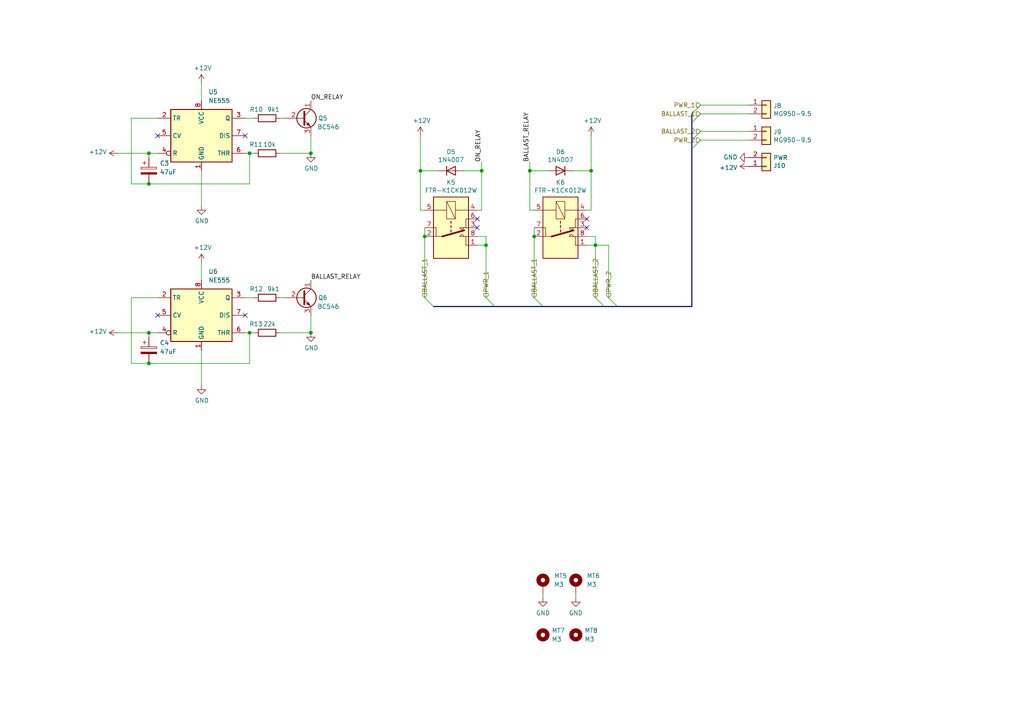
<source format=kicad_sch>
(kicad_sch (version 20211123) (generator eeschema)
  (paper "A4")
  (lib_symbols
    (symbol "Connector_Generic:Conn_01x02" (pin_names (offset 1.016) hide)
      (property "Reference" "J" (at 0 2.54 0))
      (property "Value" "Conn_01x02" (at 0 -5.08 0))
      (symbol "Conn_01x02_1_1"
        (rectangle (start -1.27 -2.413) (end 0 -2.667) (stroke (width 0.1524)))
        (rectangle (start -1.27 0.127) (end 0 -0.127) (stroke (width 0.1524)))
        (rectangle (start -1.27 1.27) (end 1.27 -3.81) (stroke (width 0.254)) (fill (type background)))
        (pin passive line (at -5.08 0 0) (length 3.81) (name "Pin_1") (number "1"))
        (pin passive line (at -5.08 -2.54 0) (length 3.81) (name "Pin_2") (number "2"))
      )
    )
    (symbol "CustomParts:Fujitsu_FTR-K1C"
      (property "Reference" "K" (at 0 12.7 0))
      (property "Value" "Fujitsu_FTR-K1C" (at 0 10.16 0))
      (symbol "Fujitsu_FTR-K1C_0_1"
        (rectangle (start -1.27 7.62) (end 1.27 2.54))
        (polyline (pts (xy -1.27 7.62) (xy 1.27 2.54)))
        (polyline (pts (xy 5.08 -2.54) (xy 2.54 -2.54)))
        (polyline (pts (xy -5.08 0) (xy -4.318 0) (xy -4.318 -2.54)))
        (polyline (pts (xy 2.54 0) (xy 3.175 -0.635) (xy 3.81 0)))
        (polyline (pts (xy 4.318 -2.54) (xy 4.318 -5.08) (xy 5.08 -5.08)))
        (polyline (pts (xy 5.08 2.54) (xy 4.318 2.54) (xy 4.318 0)))
      )
      (symbol "Fujitsu_FTR-K1C_1_1"
        (polyline (pts (xy -2.54 -2.54) (xy -5.08 -2.54)))
        (polyline (pts (xy -2.54 -2.54) (xy 3.81 -0.762)) (stroke (width 0.508)))
        (polyline (pts (xy 0 -0.635) (xy 0 -1.27)) (stroke (width 0.254)))
        (polyline (pts (xy 0 0.635) (xy 0 0)) (stroke (width 0.254)))
        (polyline (pts (xy 0 1.905) (xy 0 1.27)) (stroke (width 0.254)))
        (polyline (pts (xy 2.54 0) (xy 5.08 0)))
        (polyline (pts (xy 5.08 5.08) (xy 1.27 5.08)))
        (polyline (pts (xy -5.08 5.08) (xy -1.27 5.08) (xy -1.524 5.08)))
        (polyline (pts (xy 2.54 -2.54) (xy 3.175 -1.905) (xy 3.81 -2.54)))
        (rectangle (start 5.08 8.89) (end -5.08 -8.89) (stroke (width 0.254)) (fill (type background)))
        (pin passive line (at 7.62 -5.08 180) (length 2.54) (name "~") (number "1"))
        (pin passive line (at -7.62 -2.54 0) (length 2.54) (name "~") (number "2"))
        (pin passive line (at 7.62 0 180) (length 2.54) (name "~") (number "3"))
        (pin passive line (at 7.62 5.08 180) (length 2.54) (name "~") (number "4"))
        (pin passive line (at -7.62 5.08 0) (length 2.54) (name "~") (number "5"))
        (pin passive line (at 7.62 2.54 180) (length 2.54) (name "~") (number "6"))
        (pin passive line (at -7.62 0 0) (length 2.54) (name "~") (number "7"))
        (pin passive line (at 7.62 -2.54 180) (length 2.54) (name "~") (number "8"))
      )
    )
    (symbol "Device:C_Polarized" (pin_numbers hide) (pin_names (offset 0.254))
      (property "Reference" "C" (at 0.635 2.54 0))
      (property "Value" "C_Polarized" (at 0.635 -2.54 0))
      (symbol "C_Polarized_0_1"
        (rectangle (start -2.286 0.508) (end 2.286 1.016))
        (polyline (pts (xy -1.778 2.286) (xy -0.762 2.286)))
        (polyline (pts (xy -1.27 2.794) (xy -1.27 1.778)))
        (rectangle (start 2.286 -0.508) (end -2.286 -1.016) (fill (type outline)))
      )
      (symbol "C_Polarized_1_1"
        (pin passive line (at 0 3.81 270) (length 2.794) (name "~") (number "1"))
        (pin passive line (at 0 -3.81 90) (length 2.794) (name "~") (number "2"))
      )
    )
    (symbol "Device:R" (pin_numbers hide) (pin_names (offset 0))
      (property "Reference" "R" (at 2.032 0 90))
      (property "Value" "R" (at 0 0 90))
      (symbol "R_0_1"
        (rectangle (start -1.016 -2.54) (end 1.016 2.54) (stroke (width 0.254)))
      )
      (symbol "R_1_1"
        (pin passive line (at 0 3.81 270) (length 1.27) (name "~") (number "1"))
        (pin passive line (at 0 -3.81 90) (length 1.27) (name "~") (number "2"))
      )
    )
    (symbol "Diode:1N4007" (pin_numbers hide) (pin_names hide)
      (property "Reference" "D" (at 0 2.54 0))
      (property "Value" "1N4007" (at 0 -2.54 0))
      (symbol "1N4007_0_1"
        (polyline (pts (xy -1.27 1.27) (xy -1.27 -1.27)) (stroke (width 0.254)))
        (polyline (pts (xy 1.27 0) (xy -1.27 0)))
        (polyline (pts (xy 1.27 1.27) (xy 1.27 -1.27) (xy -1.27 0) (xy 1.27 1.27)) (stroke (width 0.254)))
      )
      (symbol "1N4007_1_1"
        (pin passive line (at -3.81 0 0) (length 2.54) (name "K") (number "1"))
        (pin passive line (at 3.81 0 180) (length 2.54) (name "A") (number "2"))
      )
    )
    (symbol "Mechanical:MountingHole" (pin_names (offset 1.016))
      (property "Reference" "H" (at 0 5.08 0))
      (property "Value" "MountingHole" (at 0 3.175 0))
      (symbol "MountingHole_0_1"
        (circle (center 0 0) (radius 1.27) (stroke (width 1.27)))
      )
    )
    (symbol "Mechanical:MountingHole_Pad" (pin_numbers hide) (pin_names (offset 1.016) hide)
      (property "Reference" "H" (at 0 6.35 0))
      (property "Value" "MountingHole_Pad" (at 0 4.445 0))
      (symbol "MountingHole_Pad_0_1"
        (circle (center 0 1.27) (radius 1.27) (stroke (width 1.27)))
      )
      (symbol "MountingHole_Pad_1_1"
        (pin input line (at 0 -2.54 90) (length 2.54) (name "1") (number "1"))
      )
    )
    (symbol "Timer:NE555P"
      (property "Reference" "U" (at -10.16 8.89 0))
      (property "Value" "NE555P" (at 2.54 8.89 0))
      (symbol "NE555P_0_0"
        (pin power_in line (at 0 -10.16 90) (length 2.54) (name "GND") (number "1"))
        (pin power_in line (at 0 10.16 270) (length 2.54) (name "VCC") (number "8"))
      )
      (symbol "NE555P_0_1"
        (rectangle (start -8.89 -7.62) (end 8.89 7.62) (stroke (width 0.254)) (fill (type background)))
        (rectangle (start -8.89 -7.62) (end 8.89 7.62) (stroke (width 0.254)) (fill (type background)))
      )
      (symbol "NE555P_1_1"
        (pin input line (at -12.7 5.08 0) (length 3.81) (name "TR") (number "2"))
        (pin output line (at 12.7 5.08 180) (length 3.81) (name "Q") (number "3"))
        (pin input inverted (at -12.7 -5.08 0) (length 3.81) (name "R") (number "4"))
        (pin input line (at -12.7 0 0) (length 3.81) (name "CV") (number "5"))
        (pin input line (at 12.7 -5.08 180) (length 3.81) (name "THR") (number "6"))
        (pin input line (at 12.7 0 180) (length 3.81) (name "DIS") (number "7"))
      )
    )
    (symbol "Transistor_BJT:BC546" (pin_names (offset 0) hide)
      (property "Reference" "Q" (at 5.08 1.905 0))
      (property "Value" "BC546" (at 5.08 0 0))
      (symbol "BC546_0_1"
        (polyline (pts (xy 0 0) (xy 0.635 0)))
        (polyline (pts (xy 0.635 0.635) (xy 2.54 2.54)))
        (polyline (pts (xy 0.635 -0.635) (xy 2.54 -2.54) (xy 2.54 -2.54)))
        (polyline (pts (xy 0.635 1.905) (xy 0.635 -1.905) (xy 0.635 -1.905)) (stroke (width 0.508)))
        (polyline (pts (xy 1.27 -1.778) (xy 1.778 -1.27) (xy 2.286 -2.286) (xy 1.27 -1.778) (xy 1.27 -1.778)) (fill (type outline)))
        (circle (center 1.27 0) (radius 2.8194) (stroke (width 0.254)))
      )
      (symbol "BC546_1_1"
        (pin passive line (at 2.54 5.08 270) (length 2.54) (name "C") (number "1"))
        (pin input line (at -5.08 0 0) (length 5.08) (name "B") (number "2"))
        (pin passive line (at 2.54 -5.08 90) (length 2.54) (name "E") (number "3"))
      )
    )
    (symbol "power:+12V" (power) (pin_names (offset 0))
      (property "Value" "+12V" (at 0 3.556 0))
      (symbol "+12V_0_1"
        (polyline (pts (xy -0.762 1.27) (xy 0 2.54)))
        (polyline (pts (xy 0 0) (xy 0 2.54)))
        (polyline (pts (xy 0 2.54) (xy 0.762 1.27)))
      )
      (symbol "+12V_1_1"
        (pin power_in line (at 0 0 90) (length 0) hide (name "+12V") (number "1"))
      )
    )
    (symbol "power:GND" (power) (pin_names (offset 0))
      (property "Value" "GND" (at 0 -3.81 0))
      (symbol "GND_0_1"
        (polyline (pts (xy 0 0) (xy 0 -1.27) (xy 1.27 -1.27) (xy 0 -2.54) (xy -1.27 -1.27) (xy 0 -1.27)))
      )
      (symbol "GND_1_1"
        (pin power_in line (at 0 0 270) (length 0) hide (name "GND") (number "1"))
      )
    )
  )
  (junction (at 72.39 44.45))
  (junction (at 140.97 71.12))
  (junction (at 90.17 44.45))
  (junction (at 90.17 96.52))
  (junction (at 43.18 44.45))
  (junction (at 153.67 49.53))
  (junction (at 172.72 71.12))
  (junction (at 72.39 96.52))
  (junction (at 123.19 68.58))
  (junction (at 154.94 68.58))
  (junction (at 121.92 49.53))
  (junction (at 43.18 96.52))
  (junction (at 139.7 49.53))
  (junction (at 171.45 49.53))
  (junction (at 43.18 53.34))
  (junction (at 43.18 105.41))
  (no_connect (at 170.18 63.5))
  (no_connect (at 71.12 91.44))
  (no_connect (at 45.72 91.44))
  (no_connect (at 45.72 39.37))
  (no_connect (at 138.43 63.5))
  (no_connect (at 71.12 39.37))
  (no_connect (at 138.43 66.04))
  (no_connect (at 170.18 66.04))
  (bus_entry (at 123.19 86.36) (size 2.54 2.54))
  (bus_entry (at 172.72 86.36) (size 2.54 2.54))
  (bus_entry (at 176.53 86.36) (size 2.54 2.54))
  (bus_entry (at 200.66 43.18) (size 2.54 -2.54))
  (bus_entry (at 200.66 40.64) (size 2.54 -2.54))
  (bus_entry (at 200.66 33.02) (size 2.54 -2.54))
  (bus_entry (at 140.97 86.36) (size 2.54 2.54))
  (bus_entry (at 154.94 86.36) (size 2.54 2.54))
  (bus_entry (at 200.66 35.56) (size 2.54 -2.54))
  (wire (pts (xy 38.1 105.41) (xy 38.1 86.36)))
  (wire (pts (xy 172.72 71.12) (xy 172.72 86.36)))
  (wire (pts (xy 71.12 34.29) (xy 73.66 34.29)))
  (wire (pts (xy 154.94 68.58) (xy 154.94 86.36)))
  (wire (pts (xy 38.1 86.36) (xy 45.72 86.36)))
  (bus (pts (xy 200.66 40.64) (xy 200.66 43.18)))
  (bus (pts (xy 175.26 88.9) (xy 179.07 88.9)))
  (wire (pts (xy 140.97 68.58) (xy 140.97 71.12)))
  (wire (pts (xy 170.18 71.12) (xy 172.72 71.12)))
  (wire (pts (xy 72.39 96.52) (xy 72.39 105.41)))
  (wire (pts (xy 38.1 105.41) (xy 43.18 105.41)))
  (wire (pts (xy 121.92 49.53) (xy 121.92 39.37)))
  (wire (pts (xy 58.42 101.6) (xy 58.42 111.76)))
  (wire (pts (xy 43.18 53.34) (xy 72.39 53.34)))
  (wire (pts (xy 72.39 44.45) (xy 71.12 44.45)))
  (wire (pts (xy 170.18 68.58) (xy 172.72 68.58)))
  (wire (pts (xy 43.18 44.45) (xy 43.18 45.72)))
  (wire (pts (xy 121.92 49.53) (xy 121.92 60.96)))
  (wire (pts (xy 82.55 34.29) (xy 81.28 34.29)))
  (wire (pts (xy 139.7 49.53) (xy 139.7 46.99)))
  (wire (pts (xy 58.42 81.28) (xy 58.42 76.2)))
  (wire (pts (xy 153.67 60.96) (xy 154.94 60.96)))
  (wire (pts (xy 72.39 44.45) (xy 72.39 53.34)))
  (wire (pts (xy 134.62 49.53) (xy 139.7 49.53)))
  (wire (pts (xy 90.17 44.45) (xy 90.17 39.37)))
  (wire (pts (xy 171.45 49.53) (xy 171.45 39.37)))
  (wire (pts (xy 71.12 86.36) (xy 73.66 86.36)))
  (wire (pts (xy 123.19 66.04) (xy 123.19 68.58)))
  (wire (pts (xy 139.7 49.53) (xy 139.7 60.96)))
  (wire (pts (xy 176.53 71.12) (xy 176.53 86.36)))
  (bus (pts (xy 200.66 43.18) (xy 200.66 88.9)))
  (wire (pts (xy 171.45 49.53) (xy 171.45 60.96)))
  (wire (pts (xy 43.18 96.52) (xy 34.29 96.52)))
  (wire (pts (xy 140.97 71.12) (xy 140.97 86.36)))
  (wire (pts (xy 38.1 53.34) (xy 38.1 34.29)))
  (wire (pts (xy 38.1 53.34) (xy 43.18 53.34)))
  (wire (pts (xy 153.67 49.53) (xy 153.67 46.99)))
  (wire (pts (xy 82.55 86.36) (xy 81.28 86.36)))
  (wire (pts (xy 43.18 44.45) (xy 34.29 44.45)))
  (wire (pts (xy 217.17 30.48) (xy 203.2 30.48)))
  (wire (pts (xy 90.17 96.52) (xy 81.28 96.52)))
  (wire (pts (xy 217.17 40.64) (xy 203.2 40.64)))
  (bus (pts (xy 179.07 88.9) (xy 200.66 88.9)))
  (bus (pts (xy 157.48 88.9) (xy 175.26 88.9)))
  (wire (pts (xy 43.18 96.52) (xy 43.18 97.79)))
  (wire (pts (xy 172.72 68.58) (xy 172.72 71.12)))
  (bus (pts (xy 200.66 33.02) (xy 200.66 35.56)))
  (wire (pts (xy 172.72 71.12) (xy 176.53 71.12)))
  (wire (pts (xy 123.19 68.58) (xy 123.19 86.36)))
  (wire (pts (xy 158.75 49.53) (xy 153.67 49.53)))
  (wire (pts (xy 121.92 60.96) (xy 123.19 60.96)))
  (wire (pts (xy 157.48 172.085) (xy 157.48 173.355)))
  (wire (pts (xy 38.1 34.29) (xy 45.72 34.29)))
  (bus (pts (xy 200.66 35.56) (xy 200.66 40.64)))
  (wire (pts (xy 217.17 38.1) (xy 203.2 38.1)))
  (wire (pts (xy 58.42 49.53) (xy 58.42 59.69)))
  (wire (pts (xy 90.17 44.45) (xy 81.28 44.45)))
  (wire (pts (xy 72.39 96.52) (xy 71.12 96.52)))
  (wire (pts (xy 170.18 60.96) (xy 171.45 60.96)))
  (wire (pts (xy 167.005 172.085) (xy 167.005 173.355)))
  (bus (pts (xy 143.51 88.9) (xy 157.48 88.9)))
  (wire (pts (xy 90.17 96.52) (xy 90.17 91.44)))
  (wire (pts (xy 138.43 60.96) (xy 139.7 60.96)))
  (wire (pts (xy 73.66 96.52) (xy 72.39 96.52)))
  (wire (pts (xy 43.18 105.41) (xy 72.39 105.41)))
  (wire (pts (xy 153.67 49.53) (xy 153.67 60.96)))
  (wire (pts (xy 127 49.53) (xy 121.92 49.53)))
  (wire (pts (xy 154.94 66.04) (xy 154.94 68.58)))
  (wire (pts (xy 45.72 96.52) (xy 43.18 96.52)))
  (wire (pts (xy 73.66 44.45) (xy 72.39 44.45)))
  (wire (pts (xy 138.43 68.58) (xy 140.97 68.58)))
  (wire (pts (xy 45.72 44.45) (xy 43.18 44.45)))
  (wire (pts (xy 217.17 33.02) (xy 203.2 33.02)))
  (bus (pts (xy 125.73 88.9) (xy 143.51 88.9)))
  (wire (pts (xy 138.43 71.12) (xy 140.97 71.12)))
  (wire (pts (xy 58.42 29.21) (xy 58.42 24.13)))
  (wire (pts (xy 166.37 49.53) (xy 171.45 49.53)))
  (label "ON_RELAY" (at 90.17 29.21 0))
  (label "ON_RELAY" (at 139.7 46.99 90))
  (label "BALLAST_RELAY" (at 153.67 46.99 90))
  (label "BALLAST_RELAY" (at 90.17 81.28 0))
  (hierarchical_label "PWR_1" (shape input) (at 140.97 86.36 90))
  (hierarchical_label "BALLAST_2" (shape input) (at 172.72 86.36 90))
  (hierarchical_label "PWR_2" (shape input) (at 176.53 86.36 90))
  (hierarchical_label "BALLAST_1" (shape input) (at 154.94 86.36 90))
  (hierarchical_label "BALLAST_1" (shape input) (at 203.2 33.02 180))
  (hierarchical_label "PWR_2" (shape input) (at 203.2 40.64 180))
  (hierarchical_label "BALLAST_2" (shape input) (at 203.2 38.1 180))
  (hierarchical_label "PWR_1" (shape input) (at 203.2 30.48 180))
  (hierarchical_label "BALLAST_1" (shape input) (at 123.19 86.36 90))
  (symbol (lib_id "power:GND") (at 90.17 44.45 0) (unit 1)
    (property "Reference" "#PWR0127" (effects hide))
    (property "Value" "GND" (at 90.297 48.8442 0))
  )
  (symbol (lib_id "power:GND") (at 58.42 59.69 0) (unit 1)
    (property "Reference" "#PWR0128" (effects hide))
    (property "Value" "GND" (at 58.547 64.0842 0))
  )
  (symbol (lib_id "Device:R") (at 77.47 44.45 90) (unit 1)
    (property "Reference" "R11" (at 76.2 41.91 90) (effects (justify left)))
    (property "Value" "10k" (at 80.01 41.91 90) (effects (justify left)))
    (property "Footprint" "Resistor_THT:R_Axial_DIN0207_L6.3mm_D2.5mm_P2.54mm_Vertical" (effects hide))
  )
  (symbol (lib_id "power:+12V") (at 121.92 39.37 0) (unit 1)
    (property "Reference" "#PWR0129" (effects hide))
    (property "Value" "+12V" (at 122.301 34.9758 0))
  )
  (symbol (lib_id "Device:R") (at 77.47 34.29 90) (unit 1)
    (property "Reference" "R10" (at 72.39 31.75 90) (effects (justify right)))
    (property "Value" "9k1" (at 77.47 31.75 90) (effects (justify right)))
    (property "Footprint" "Resistor_THT:R_Axial_DIN0207_L6.3mm_D2.5mm_P2.54mm_Vertical" (effects hide))
  )
  (symbol (lib_id "Transistor_BJT:BC546") (at 87.63 34.29 0) (unit 1)
    (property "Reference" "Q5" (at 93.6244 34.29 0))
    (property "Value" "BC546" (at 95.25 36.83 0))
    (property "Footprint" "Package_TO_SOT_THT:TO-92_HandSolder" (effects hide))
    (property "Datasheet" "http://www.fairchildsemi.com/ds/BC/BC547.pdf" (effects hide))
  )
  (symbol (lib_id "Diode:1N4007") (at 130.81 49.53 0) (unit 1)
    (property "Reference" "D5" (at 130.81 44.0436 0))
    (property "Value" "1N4007" (at 130.81 46.355 0))
    (property "Footprint" "Diode_THT:D_DO-41_SOD81_P10.16mm_Horizontal" (effects hide))
    (property "Datasheet" "http://www.vishay.com/docs/88503/1n4001.pdf" (effects hide))
  )
  (symbol (lib_id "CustomParts:Fujitsu_FTR-K1C") (at 130.81 66.04 0) (unit 1)
    (property "Reference" "K5" (at 130.81 52.9082 0))
    (property "Value" "FTR-K1CK012W" (at 130.81 55.2196 0))
    (property "Footprint" "CustomParts:Relay_SPDT_Fujitsu_FTR-K1C" (effects hide))
    (property "Datasheet" "https://www.fujitsu.com/downloads/MICRO/fcai/relays/ftr-k1.pdf" (effects hide))
  )
  (symbol (lib_id "power:GND") (at 217.17 45.72 270) (mirror x) (unit 1)
    (property "Reference" "#PWR0130" (effects hide))
    (property "Value" "GND" (at 213.9188 45.593 90) (effects (justify right)))
  )
  (symbol (lib_id "power:+12V") (at 217.17 48.26 90) (mirror x) (unit 1)
    (property "Reference" "#PWR0131" (effects hide))
    (property "Value" "+12V" (at 213.9188 48.641 90) (effects (justify left)))
  )
  (symbol (lib_id "Connector_Generic:Conn_01x02") (at 222.25 48.26 0) (mirror x) (unit 1)
    (property "Reference" "J10" (at 224.282 48.0568 0) (effects (justify left)))
    (property "Value" "PWR" (at 224.282 45.7454 0) (effects (justify left)))
    (property "Footprint" "CustomParts:TerminalBlock_bornier-2_P5.08mm_no_line" (effects hide))
  )
  (symbol (lib_id "Connector_Generic:Conn_01x02") (at 222.25 38.1 0) (unit 1)
    (property "Reference" "J9" (at 224.282 38.3032 0) (effects (justify left)))
    (property "Value" "MG950-9.5" (at 224.282 40.6146 0) (effects (justify left)))
    (property "Footprint" "CustomParts:TerminalBlock_CixiMeigan_MG950-9.5-2_P9.52mm" (effects hide))
  )
  (symbol (lib_id "Connector_Generic:Conn_01x02") (at 222.25 30.48 0) (unit 1)
    (property "Reference" "J8" (at 224.282 30.6832 0) (effects (justify left)))
    (property "Value" "MG950-9.5" (at 224.282 32.9946 0) (effects (justify left)))
    (property "Footprint" "CustomParts:TerminalBlock_CixiMeigan_MG950-9.5-2_P9.52mm" (effects hide))
  )
  (symbol (lib_id "power:+12V") (at 34.29 44.45 90) (unit 1)
    (property "Reference" "#PWR0132" (effects hide))
    (property "Value" "+12V" (at 31.0388 44.069 90) (effects (justify left)))
  )
  (symbol (lib_id "power:+12V") (at 58.42 24.13 0) (unit 1)
    (property "Reference" "#PWR0133" (effects hide))
    (property "Value" "+12V" (at 58.801 19.7358 0))
  )
  (symbol (lib_id "power:GND") (at 90.17 96.52 0) (unit 1)
    (property "Reference" "#PWR0134" (effects hide))
    (property "Value" "GND" (at 90.297 100.9142 0))
  )
  (symbol (lib_id "power:GND") (at 58.42 111.76 0) (unit 1)
    (property "Reference" "#PWR0135" (effects hide))
    (property "Value" "GND" (at 58.547 116.1542 0))
  )
  (symbol (lib_id "Device:R") (at 77.47 96.52 90) (unit 1)
    (property "Reference" "R13" (at 76.2 93.98 90) (effects (justify left)))
    (property "Value" "22k" (at 80.01 93.98 90) (effects (justify left)))
    (property "Footprint" "Resistor_THT:R_Axial_DIN0207_L6.3mm_D2.5mm_P2.54mm_Vertical" (effects hide))
  )
  (symbol (lib_id "Device:R") (at 77.47 86.36 90) (unit 1)
    (property "Reference" "R12" (at 72.39 83.82 90) (effects (justify right)))
    (property "Value" "9k1" (at 77.47 83.82 90) (effects (justify right)))
    (property "Footprint" "Resistor_THT:R_Axial_DIN0207_L6.3mm_D2.5mm_P2.54mm_Vertical" (effects hide))
  )
  (symbol (lib_id "Transistor_BJT:BC546") (at 87.63 86.36 0) (unit 1)
    (property "Reference" "Q6" (at 93.6244 86.36 0))
    (property "Value" "BC546" (at 95.25 88.9 0))
    (property "Footprint" "Package_TO_SOT_THT:TO-92_HandSolder" (effects hide))
    (property "Datasheet" "http://www.fairchildsemi.com/ds/BC/BC547.pdf" (effects hide))
  )
  (symbol (lib_id "power:+12V") (at 34.29 96.52 90) (unit 1)
    (property "Reference" "#PWR0136" (effects hide))
    (property "Value" "+12V" (at 31.0388 96.139 90) (effects (justify left)))
  )
  (symbol (lib_id "power:+12V") (at 58.42 76.2 0) (unit 1)
    (property "Reference" "#PWR0137" (effects hide))
    (property "Value" "+12V" (at 58.801 71.8058 0))
  )
  (symbol (lib_id "power:+12V") (at 171.45 39.37 0) (unit 1)
    (property "Reference" "#PWR0138" (effects hide))
    (property "Value" "+12V" (at 171.831 34.9758 0))
  )
  (symbol (lib_id "Diode:1N4007") (at 162.56 49.53 0) (mirror y) (unit 1)
    (property "Reference" "D6" (at 162.56 44.0436 0))
    (property "Value" "1N4007" (at 162.56 46.355 0))
    (property "Footprint" "Diode_THT:D_DO-41_SOD81_P10.16mm_Horizontal" (effects hide))
    (property "Datasheet" "http://www.vishay.com/docs/88503/1n4001.pdf" (effects hide))
  )
  (symbol (lib_id "CustomParts:Fujitsu_FTR-K1C") (at 162.56 66.04 0) (unit 1)
    (property "Reference" "K6" (at 162.56 52.9082 0))
    (property "Value" "FTR-K1CK012W" (at 162.56 55.2196 0))
    (property "Footprint" "CustomParts:Relay_SPDT_Fujitsu_FTR-K1C" (effects hide))
    (property "Datasheet" "https://www.fujitsu.com/downloads/MICRO/fcai/relays/ftr-k1.pdf" (effects hide))
  )
  (symbol (lib_id "Device:C_Polarized") (at 43.18 49.53 0) (unit 1)
    (property "Reference" "C3" (at 46.355 47.3709 0) (effects (justify left)))
    (property "Value" "47uF" (at 46.355 49.9109 0) (effects (justify left)))
    (property "Footprint" "Capacitor_THT:CP_Radial_Tantal_D5.0mm_P5.00mm" (effects hide))
  )
  (symbol (lib_id "Mechanical:MountingHole") (at 167.005 184.15 0) (unit 1)
    (property "Reference" "MT8" (at 169.545 182.8799 0) (effects (justify left)))
    (property "Value" "M3" (at 169.545 185.4199 0) (effects (justify left)))
    (property "Footprint" "MountingHole:MountingHole_3.2mm_M3" (effects hide))
  )
  (symbol (lib_id "power:GND") (at 157.48 173.355 0) (unit 1)
    (property "Reference" "#PWR0118" (effects hide))
    (property "Value" "GND" (at 157.48 177.8 0))
  )
  (symbol (lib_id "power:GND") (at 167.005 173.355 0) (unit 1)
    (property "Reference" "#PWR0108" (effects hide))
    (property "Value" "GND" (at 167.005 177.8 0))
  )
  (symbol (lib_id "Mechanical:MountingHole") (at 157.48 184.15 0) (unit 1)
    (property "Reference" "MT7" (at 160.02 182.8799 0) (effects (justify left)))
    (property "Value" "M3" (at 160.02 185.4199 0) (effects (justify left)))
    (property "Footprint" "MountingHole:MountingHole_3.2mm_M3" (effects hide))
  )
  (symbol (lib_id "Timer:NE555P") (at 58.42 91.44 0) (unit 1)
    (property "Reference" "U6" (at 60.4394 78.74 0) (effects (justify left)))
    (property "Value" "NE555" (at 60.4394 81.28 0) (effects (justify left)))
    (property "Footprint" "Package_DIP:DIP-8_W7.62mm_Socket_LongPads" (effects hide))
    (property "Datasheet" "http://www.ti.com/lit/ds/symlink/ne555.pdf" (effects hide))
  )
  (symbol (lib_id "Device:C_Polarized") (at 43.18 101.6 0) (unit 1)
    (property "Reference" "C4" (at 46.355 99.4409 0) (effects (justify left)))
    (property "Value" "47uF" (at 46.355 101.9809 0) (effects (justify left)))
    (property "Footprint" "Capacitor_THT:CP_Radial_Tantal_D5.0mm_P5.00mm" (effects hide))
  )
  (symbol (lib_id "Mechanical:MountingHole_Pad") (at 157.48 169.545 0) (unit 1)
    (property "Reference" "MT5" (at 160.655 167.0049 0) (effects (justify left)))
    (property "Value" "M3" (at 160.655 169.5449 0) (effects (justify left)))
    (property "Footprint" "MountingHole:MountingHole_3.2mm_M3_Pad" (effects hide))
  )
  (symbol (lib_id "Mechanical:MountingHole_Pad") (at 167.005 169.545 0) (unit 1)
    (property "Reference" "MT6" (at 170.18 167.0049 0) (effects (justify left)))
    (property "Value" "M3" (at 170.18 169.5449 0) (effects (justify left)))
    (property "Footprint" "MountingHole:MountingHole_3.2mm_M3_Pad" (effects hide))
  )
  (symbol (lib_id "Timer:NE555P") (at 58.42 39.37 0) (unit 1)
    (property "Reference" "U5" (at 60.4394 26.67 0) (effects (justify left)))
    (property "Value" "NE555" (at 60.4394 29.21 0) (effects (justify left)))
    (property "Footprint" "Package_DIP:DIP-8_W7.62mm_Socket_LongPads" (effects hide))
    (property "Datasheet" "http://www.ti.com/lit/ds/symlink/ne555.pdf" (effects hide))
  )
)
</source>
